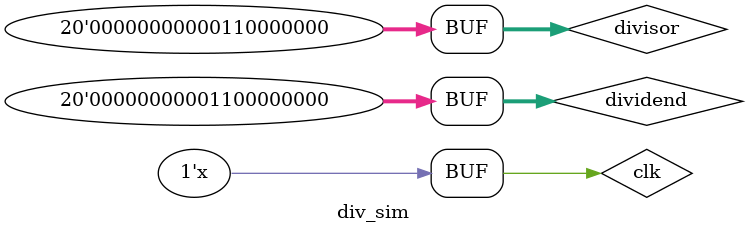
<source format=sv>
`timescale 1ps / 1ps

`include "div_frecuencias.vh"

module div_sim();

//Parameterized values
	parameter Q = 8;
	parameter N = 20;
	parameter F = 100;
 
//	// Inputs
	logic [N-1:0] dividend;
	logic [N-1:0] divisor;
	logic clk;
 
//	// Outputs
	logic [N-1:0] result;
	
 
//	// Instantiate the Unit Under Test (UUT)
//	//module  Params  Name  Signals
    logic [N-1:0] quotient;
    logic done;
	qdiv #(Q,N)	gg (dividend, divisor, start, clk, quotient,done);
	
	logic start;
	divisor_f #(F) start_clk (
        .clk(clk),
        .en_clk(1),
        .clk_out(start)
        ); 
        
    initial begin
        // Initialize Inputs
        clk = 0;
        dividend = 768; 
        divisor = 384;
        
//        #15000
        
//        dividend = 51712;
//        divisor = 955;
        
//        #1000
        
//        dividend = 2560;
//        divisor = 384;
        
//        #2000
        
//        dividend = 2560;
//        divisor = 955;
        
//        #5000
//        dividend = 51712;
//        divisor = 2560;
        
    end
    
    always_comb begin 
        if (done)
            result = quotient;
    end
        
 	always #5 clk = ~clk;
    
endmodule

</source>
